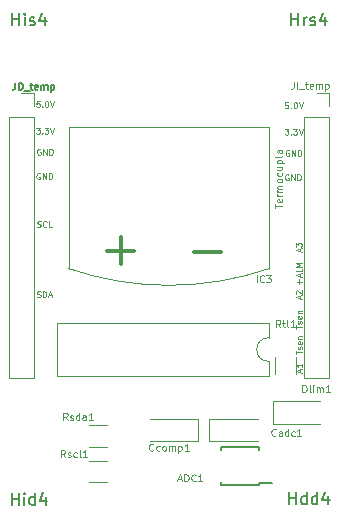
<source format=gto>
%TF.GenerationSoftware,KiCad,Pcbnew,5.1.7-a382d34a8~88~ubuntu18.04.1*%
%TF.CreationDate,2022-12-01T09:52:47-05:00*%
%TF.ProjectId,Global_Val_Sen_Tem,476c6f62-616c-45f5-9661-6c5f53656e5f,rev?*%
%TF.SameCoordinates,Original*%
%TF.FileFunction,Legend,Top*%
%TF.FilePolarity,Positive*%
%FSLAX46Y46*%
G04 Gerber Fmt 4.6, Leading zero omitted, Abs format (unit mm)*
G04 Created by KiCad (PCBNEW 5.1.7-a382d34a8~88~ubuntu18.04.1) date 2022-12-01 09:52:47*
%MOMM*%
%LPD*%
G01*
G04 APERTURE LIST*
%ADD10C,0.100000*%
%ADD11C,0.125000*%
%ADD12C,0.120000*%
%ADD13C,0.150000*%
%ADD14C,0.300000*%
%ADD15O,1.600000X2.400000*%
%ADD16R,1.600000X2.400000*%
%ADD17R,6.000000X7.000000*%
%ADD18R,0.900000X1.200000*%
%ADD19R,1.100000X0.250000*%
%ADD20O,1.350000X1.350000*%
%ADD21R,1.350000X1.350000*%
%ADD22C,2.200000*%
G04 APERTURE END LIST*
D10*
X165083333Y-58857142D02*
X165083333Y-58619047D01*
X165226190Y-58904761D02*
X164726190Y-58738095D01*
X165226190Y-58571428D01*
X164726190Y-58452380D02*
X164726190Y-58142857D01*
X164916666Y-58309523D01*
X164916666Y-58238095D01*
X164940476Y-58190476D01*
X164964285Y-58166666D01*
X165011904Y-58142857D01*
X165130952Y-58142857D01*
X165178571Y-58166666D01*
X165202380Y-58190476D01*
X165226190Y-58238095D01*
X165226190Y-58380952D01*
X165202380Y-58428571D01*
X165178571Y-58452380D01*
X165035714Y-61592857D02*
X165035714Y-61211904D01*
X165226190Y-61402380D02*
X164845238Y-61402380D01*
X165083333Y-60997619D02*
X165083333Y-60759523D01*
X165226190Y-61045238D02*
X164726190Y-60878571D01*
X165226190Y-60711904D01*
X165226190Y-60307142D02*
X165226190Y-60545238D01*
X164726190Y-60545238D01*
X165226190Y-60140476D02*
X164726190Y-60140476D01*
X165083333Y-59973809D01*
X164726190Y-59807142D01*
X165226190Y-59807142D01*
X165083333Y-62857142D02*
X165083333Y-62619047D01*
X165226190Y-62904761D02*
X164726190Y-62738095D01*
X165226190Y-62571428D01*
X164773809Y-62428571D02*
X164750000Y-62404761D01*
X164726190Y-62357142D01*
X164726190Y-62238095D01*
X164750000Y-62190476D01*
X164773809Y-62166666D01*
X164821428Y-62142857D01*
X164869047Y-62142857D01*
X164940476Y-62166666D01*
X165226190Y-62452380D01*
X165226190Y-62142857D01*
X164726190Y-65385714D02*
X164726190Y-65100000D01*
X165226190Y-65242857D02*
X164726190Y-65242857D01*
X165202380Y-64957142D02*
X165226190Y-64909523D01*
X165226190Y-64814285D01*
X165202380Y-64766666D01*
X165154761Y-64742857D01*
X165130952Y-64742857D01*
X165083333Y-64766666D01*
X165059523Y-64814285D01*
X165059523Y-64885714D01*
X165035714Y-64933333D01*
X164988095Y-64957142D01*
X164964285Y-64957142D01*
X164916666Y-64933333D01*
X164892857Y-64885714D01*
X164892857Y-64814285D01*
X164916666Y-64766666D01*
X165202380Y-64338095D02*
X165226190Y-64385714D01*
X165226190Y-64480952D01*
X165202380Y-64528571D01*
X165154761Y-64552380D01*
X164964285Y-64552380D01*
X164916666Y-64528571D01*
X164892857Y-64480952D01*
X164892857Y-64385714D01*
X164916666Y-64338095D01*
X164964285Y-64314285D01*
X165011904Y-64314285D01*
X165059523Y-64552380D01*
X164892857Y-64100000D02*
X165226190Y-64100000D01*
X164940476Y-64100000D02*
X164916666Y-64076190D01*
X164892857Y-64028571D01*
X164892857Y-63957142D01*
X164916666Y-63909523D01*
X164964285Y-63885714D01*
X165226190Y-63885714D01*
X164776190Y-67535714D02*
X164776190Y-67250000D01*
X165276190Y-67392857D02*
X164776190Y-67392857D01*
X165252380Y-67107142D02*
X165276190Y-67059523D01*
X165276190Y-66964285D01*
X165252380Y-66916666D01*
X165204761Y-66892857D01*
X165180952Y-66892857D01*
X165133333Y-66916666D01*
X165109523Y-66964285D01*
X165109523Y-67035714D01*
X165085714Y-67083333D01*
X165038095Y-67107142D01*
X165014285Y-67107142D01*
X164966666Y-67083333D01*
X164942857Y-67035714D01*
X164942857Y-66964285D01*
X164966666Y-66916666D01*
X165252380Y-66488095D02*
X165276190Y-66535714D01*
X165276190Y-66630952D01*
X165252380Y-66678571D01*
X165204761Y-66702380D01*
X165014285Y-66702380D01*
X164966666Y-66678571D01*
X164942857Y-66630952D01*
X164942857Y-66535714D01*
X164966666Y-66488095D01*
X165014285Y-66464285D01*
X165061904Y-66464285D01*
X165109523Y-66702380D01*
X164942857Y-66250000D02*
X165276190Y-66250000D01*
X164990476Y-66250000D02*
X164966666Y-66226190D01*
X164942857Y-66178571D01*
X164942857Y-66107142D01*
X164966666Y-66059523D01*
X165014285Y-66035714D01*
X165276190Y-66035714D01*
X165133333Y-69057142D02*
X165133333Y-68819047D01*
X165276190Y-69104761D02*
X164776190Y-68938095D01*
X165276190Y-68771428D01*
X165276190Y-68342857D02*
X165276190Y-68628571D01*
X165276190Y-68485714D02*
X164776190Y-68485714D01*
X164847619Y-68533333D01*
X164895238Y-68580952D01*
X164919047Y-68628571D01*
X164119047Y-52350000D02*
X164071428Y-52326190D01*
X164000000Y-52326190D01*
X163928571Y-52350000D01*
X163880952Y-52397619D01*
X163857142Y-52445238D01*
X163833333Y-52540476D01*
X163833333Y-52611904D01*
X163857142Y-52707142D01*
X163880952Y-52754761D01*
X163928571Y-52802380D01*
X164000000Y-52826190D01*
X164047619Y-52826190D01*
X164119047Y-52802380D01*
X164142857Y-52778571D01*
X164142857Y-52611904D01*
X164047619Y-52611904D01*
X164357142Y-52826190D02*
X164357142Y-52326190D01*
X164642857Y-52826190D01*
X164642857Y-52326190D01*
X164880952Y-52826190D02*
X164880952Y-52326190D01*
X165000000Y-52326190D01*
X165071428Y-52350000D01*
X165119047Y-52397619D01*
X165142857Y-52445238D01*
X165166666Y-52540476D01*
X165166666Y-52611904D01*
X165142857Y-52707142D01*
X165119047Y-52754761D01*
X165071428Y-52802380D01*
X165000000Y-52826190D01*
X164880952Y-52826190D01*
X163811904Y-48476190D02*
X164121428Y-48476190D01*
X163954761Y-48666666D01*
X164026190Y-48666666D01*
X164073809Y-48690476D01*
X164097619Y-48714285D01*
X164121428Y-48761904D01*
X164121428Y-48880952D01*
X164097619Y-48928571D01*
X164073809Y-48952380D01*
X164026190Y-48976190D01*
X163883333Y-48976190D01*
X163835714Y-48952380D01*
X163811904Y-48928571D01*
X164335714Y-48928571D02*
X164359523Y-48952380D01*
X164335714Y-48976190D01*
X164311904Y-48952380D01*
X164335714Y-48928571D01*
X164335714Y-48976190D01*
X164526190Y-48476190D02*
X164835714Y-48476190D01*
X164669047Y-48666666D01*
X164740476Y-48666666D01*
X164788095Y-48690476D01*
X164811904Y-48714285D01*
X164835714Y-48761904D01*
X164835714Y-48880952D01*
X164811904Y-48928571D01*
X164788095Y-48952380D01*
X164740476Y-48976190D01*
X164597619Y-48976190D01*
X164550000Y-48952380D01*
X164526190Y-48928571D01*
X164978571Y-48476190D02*
X165145238Y-48976190D01*
X165311904Y-48476190D01*
X164169047Y-50300000D02*
X164121428Y-50276190D01*
X164050000Y-50276190D01*
X163978571Y-50300000D01*
X163930952Y-50347619D01*
X163907142Y-50395238D01*
X163883333Y-50490476D01*
X163883333Y-50561904D01*
X163907142Y-50657142D01*
X163930952Y-50704761D01*
X163978571Y-50752380D01*
X164050000Y-50776190D01*
X164097619Y-50776190D01*
X164169047Y-50752380D01*
X164192857Y-50728571D01*
X164192857Y-50561904D01*
X164097619Y-50561904D01*
X164407142Y-50776190D02*
X164407142Y-50276190D01*
X164692857Y-50776190D01*
X164692857Y-50276190D01*
X164930952Y-50776190D02*
X164930952Y-50276190D01*
X165050000Y-50276190D01*
X165121428Y-50300000D01*
X165169047Y-50347619D01*
X165192857Y-50395238D01*
X165216666Y-50490476D01*
X165216666Y-50561904D01*
X165192857Y-50657142D01*
X165169047Y-50704761D01*
X165121428Y-50752380D01*
X165050000Y-50776190D01*
X164930952Y-50776190D01*
X164097619Y-46226190D02*
X163859523Y-46226190D01*
X163835714Y-46464285D01*
X163859523Y-46440476D01*
X163907142Y-46416666D01*
X164026190Y-46416666D01*
X164073809Y-46440476D01*
X164097619Y-46464285D01*
X164121428Y-46511904D01*
X164121428Y-46630952D01*
X164097619Y-46678571D01*
X164073809Y-46702380D01*
X164026190Y-46726190D01*
X163907142Y-46726190D01*
X163859523Y-46702380D01*
X163835714Y-46678571D01*
X164335714Y-46678571D02*
X164359523Y-46702380D01*
X164335714Y-46726190D01*
X164311904Y-46702380D01*
X164335714Y-46678571D01*
X164335714Y-46726190D01*
X164669047Y-46226190D02*
X164716666Y-46226190D01*
X164764285Y-46250000D01*
X164788095Y-46273809D01*
X164811904Y-46321428D01*
X164835714Y-46416666D01*
X164835714Y-46535714D01*
X164811904Y-46630952D01*
X164788095Y-46678571D01*
X164764285Y-46702380D01*
X164716666Y-46726190D01*
X164669047Y-46726190D01*
X164621428Y-46702380D01*
X164597619Y-46678571D01*
X164573809Y-46630952D01*
X164550000Y-46535714D01*
X164550000Y-46416666D01*
X164573809Y-46321428D01*
X164597619Y-46273809D01*
X164621428Y-46250000D01*
X164669047Y-46226190D01*
X164978571Y-46226190D02*
X165145238Y-46726190D01*
X165311904Y-46226190D01*
X143047619Y-46126190D02*
X142809523Y-46126190D01*
X142785714Y-46364285D01*
X142809523Y-46340476D01*
X142857142Y-46316666D01*
X142976190Y-46316666D01*
X143023809Y-46340476D01*
X143047619Y-46364285D01*
X143071428Y-46411904D01*
X143071428Y-46530952D01*
X143047619Y-46578571D01*
X143023809Y-46602380D01*
X142976190Y-46626190D01*
X142857142Y-46626190D01*
X142809523Y-46602380D01*
X142785714Y-46578571D01*
X143285714Y-46578571D02*
X143309523Y-46602380D01*
X143285714Y-46626190D01*
X143261904Y-46602380D01*
X143285714Y-46578571D01*
X143285714Y-46626190D01*
X143619047Y-46126190D02*
X143666666Y-46126190D01*
X143714285Y-46150000D01*
X143738095Y-46173809D01*
X143761904Y-46221428D01*
X143785714Y-46316666D01*
X143785714Y-46435714D01*
X143761904Y-46530952D01*
X143738095Y-46578571D01*
X143714285Y-46602380D01*
X143666666Y-46626190D01*
X143619047Y-46626190D01*
X143571428Y-46602380D01*
X143547619Y-46578571D01*
X143523809Y-46530952D01*
X143500000Y-46435714D01*
X143500000Y-46316666D01*
X143523809Y-46221428D01*
X143547619Y-46173809D01*
X143571428Y-46150000D01*
X143619047Y-46126190D01*
X143928571Y-46126190D02*
X144095238Y-46626190D01*
X144261904Y-46126190D01*
X142761904Y-48376190D02*
X143071428Y-48376190D01*
X142904761Y-48566666D01*
X142976190Y-48566666D01*
X143023809Y-48590476D01*
X143047619Y-48614285D01*
X143071428Y-48661904D01*
X143071428Y-48780952D01*
X143047619Y-48828571D01*
X143023809Y-48852380D01*
X142976190Y-48876190D01*
X142833333Y-48876190D01*
X142785714Y-48852380D01*
X142761904Y-48828571D01*
X143285714Y-48828571D02*
X143309523Y-48852380D01*
X143285714Y-48876190D01*
X143261904Y-48852380D01*
X143285714Y-48828571D01*
X143285714Y-48876190D01*
X143476190Y-48376190D02*
X143785714Y-48376190D01*
X143619047Y-48566666D01*
X143690476Y-48566666D01*
X143738095Y-48590476D01*
X143761904Y-48614285D01*
X143785714Y-48661904D01*
X143785714Y-48780952D01*
X143761904Y-48828571D01*
X143738095Y-48852380D01*
X143690476Y-48876190D01*
X143547619Y-48876190D01*
X143500000Y-48852380D01*
X143476190Y-48828571D01*
X143928571Y-48376190D02*
X144095238Y-48876190D01*
X144261904Y-48376190D01*
X143119047Y-50200000D02*
X143071428Y-50176190D01*
X143000000Y-50176190D01*
X142928571Y-50200000D01*
X142880952Y-50247619D01*
X142857142Y-50295238D01*
X142833333Y-50390476D01*
X142833333Y-50461904D01*
X142857142Y-50557142D01*
X142880952Y-50604761D01*
X142928571Y-50652380D01*
X143000000Y-50676190D01*
X143047619Y-50676190D01*
X143119047Y-50652380D01*
X143142857Y-50628571D01*
X143142857Y-50461904D01*
X143047619Y-50461904D01*
X143357142Y-50676190D02*
X143357142Y-50176190D01*
X143642857Y-50676190D01*
X143642857Y-50176190D01*
X143880952Y-50676190D02*
X143880952Y-50176190D01*
X144000000Y-50176190D01*
X144071428Y-50200000D01*
X144119047Y-50247619D01*
X144142857Y-50295238D01*
X144166666Y-50390476D01*
X144166666Y-50461904D01*
X144142857Y-50557142D01*
X144119047Y-50604761D01*
X144071428Y-50652380D01*
X144000000Y-50676190D01*
X143880952Y-50676190D01*
X143069047Y-52250000D02*
X143021428Y-52226190D01*
X142950000Y-52226190D01*
X142878571Y-52250000D01*
X142830952Y-52297619D01*
X142807142Y-52345238D01*
X142783333Y-52440476D01*
X142783333Y-52511904D01*
X142807142Y-52607142D01*
X142830952Y-52654761D01*
X142878571Y-52702380D01*
X142950000Y-52726190D01*
X142997619Y-52726190D01*
X143069047Y-52702380D01*
X143092857Y-52678571D01*
X143092857Y-52511904D01*
X142997619Y-52511904D01*
X143307142Y-52726190D02*
X143307142Y-52226190D01*
X143592857Y-52726190D01*
X143592857Y-52226190D01*
X143830952Y-52726190D02*
X143830952Y-52226190D01*
X143950000Y-52226190D01*
X144021428Y-52250000D01*
X144069047Y-52297619D01*
X144092857Y-52345238D01*
X144116666Y-52440476D01*
X144116666Y-52511904D01*
X144092857Y-52607142D01*
X144069047Y-52654761D01*
X144021428Y-52702380D01*
X143950000Y-52726190D01*
X143830952Y-52726190D01*
D11*
X142854761Y-56752380D02*
X142926190Y-56776190D01*
X143045238Y-56776190D01*
X143092857Y-56752380D01*
X143116666Y-56728571D01*
X143140476Y-56680952D01*
X143140476Y-56633333D01*
X143116666Y-56585714D01*
X143092857Y-56561904D01*
X143045238Y-56538095D01*
X142950000Y-56514285D01*
X142902380Y-56490476D01*
X142878571Y-56466666D01*
X142854761Y-56419047D01*
X142854761Y-56371428D01*
X142878571Y-56323809D01*
X142902380Y-56300000D01*
X142950000Y-56276190D01*
X143069047Y-56276190D01*
X143140476Y-56300000D01*
X143640476Y-56728571D02*
X143616666Y-56752380D01*
X143545238Y-56776190D01*
X143497619Y-56776190D01*
X143426190Y-56752380D01*
X143378571Y-56704761D01*
X143354761Y-56657142D01*
X143330952Y-56561904D01*
X143330952Y-56490476D01*
X143354761Y-56395238D01*
X143378571Y-56347619D01*
X143426190Y-56300000D01*
X143497619Y-56276190D01*
X143545238Y-56276190D01*
X143616666Y-56300000D01*
X143640476Y-56323809D01*
X144092857Y-56776190D02*
X143854761Y-56776190D01*
X143854761Y-56276190D01*
X142842857Y-62702380D02*
X142914285Y-62726190D01*
X143033333Y-62726190D01*
X143080952Y-62702380D01*
X143104761Y-62678571D01*
X143128571Y-62630952D01*
X143128571Y-62583333D01*
X143104761Y-62535714D01*
X143080952Y-62511904D01*
X143033333Y-62488095D01*
X142938095Y-62464285D01*
X142890476Y-62440476D01*
X142866666Y-62416666D01*
X142842857Y-62369047D01*
X142842857Y-62321428D01*
X142866666Y-62273809D01*
X142890476Y-62250000D01*
X142938095Y-62226190D01*
X143057142Y-62226190D01*
X143128571Y-62250000D01*
X143342857Y-62726190D02*
X143342857Y-62226190D01*
X143461904Y-62226190D01*
X143533333Y-62250000D01*
X143580952Y-62297619D01*
X143604761Y-62345238D01*
X143628571Y-62440476D01*
X143628571Y-62511904D01*
X143604761Y-62607142D01*
X143580952Y-62654761D01*
X143533333Y-62702380D01*
X143461904Y-62726190D01*
X143342857Y-62726190D01*
X143819047Y-62583333D02*
X144057142Y-62583333D01*
X143771428Y-62726190D02*
X143938095Y-62226190D01*
X144104761Y-62726190D01*
D12*
%TO.C,IC3*%
X162435000Y-69410000D02*
X162435000Y-68160000D01*
X144535000Y-69410000D02*
X162435000Y-69410000D01*
X144535000Y-64910000D02*
X144535000Y-69410000D01*
X162435000Y-64910000D02*
X144535000Y-64910000D01*
X162435000Y-66160000D02*
X162435000Y-64910000D01*
X162435000Y-68160000D02*
G75*
G02*
X162435000Y-66160000I0J1000000D01*
G01*
%TO.C,Termocupla*%
X145500000Y-48300000D02*
X162500000Y-48300000D01*
X162500000Y-48300000D02*
X162500000Y-60300000D01*
X145500000Y-48300000D02*
X145500000Y-60300000D01*
X162500000Y-60299998D02*
G75*
G02*
X145500001Y-60299999I-8500000J24699998D01*
G01*
%TO.C,Rtl1*%
X162940000Y-69227064D02*
X162940000Y-67772936D01*
X164760000Y-69227064D02*
X164760000Y-67772936D01*
%TO.C,Dlim1*%
X162850000Y-71500000D02*
X162850000Y-73500000D01*
X162850000Y-73500000D02*
X166750000Y-73500000D01*
X162850000Y-71500000D02*
X166750000Y-71500000D01*
%TO.C,Cadc1*%
X161500000Y-73065000D02*
X157415000Y-73065000D01*
X157415000Y-73065000D02*
X157415000Y-74935000D01*
X157415000Y-74935000D02*
X161500000Y-74935000D01*
%TO.C,Rsda1*%
X148727064Y-75410000D02*
X147272936Y-75410000D01*
X148727064Y-73590000D02*
X147272936Y-73590000D01*
%TO.C,Rscl1*%
X148727064Y-78410000D02*
X147272936Y-78410000D01*
X148727064Y-76590000D02*
X147272936Y-76590000D01*
D13*
%TO.C,ADC1*%
X161625000Y-78625000D02*
X161625000Y-78450000D01*
X158375000Y-78625000D02*
X158375000Y-78350000D01*
X158375000Y-75375000D02*
X158375000Y-75650000D01*
X161625000Y-75375000D02*
X161625000Y-75650000D01*
X161625000Y-78625000D02*
X158375000Y-78625000D01*
X161625000Y-75375000D02*
X158375000Y-75375000D01*
X161625000Y-78450000D02*
X162700000Y-78450000D01*
D12*
%TO.C,Ccomp1*%
X156485000Y-73065000D02*
X152400000Y-73065000D01*
X156485000Y-74935000D02*
X156485000Y-73065000D01*
X152400000Y-74935000D02*
X156485000Y-74935000D01*
%TO.C,JI_temp*%
X166500000Y-45440000D02*
X167560000Y-45440000D01*
X167560000Y-45440000D02*
X167560000Y-46500000D01*
X167560000Y-47500000D02*
X167560000Y-69560000D01*
X165440000Y-69560000D02*
X167560000Y-69560000D01*
X165440000Y-47500000D02*
X165440000Y-69560000D01*
X165440000Y-47500000D02*
X167560000Y-47500000D01*
%TO.C,JD_temp*%
X141500000Y-45440000D02*
X142560000Y-45440000D01*
X142560000Y-45440000D02*
X142560000Y-46500000D01*
X142560000Y-47500000D02*
X142560000Y-69560000D01*
X140440000Y-69560000D02*
X142560000Y-69560000D01*
X140440000Y-47500000D02*
X140440000Y-69560000D01*
X140440000Y-47500000D02*
X142560000Y-47500000D01*
%TO.C,IC3*%
D10*
X161414285Y-61471428D02*
X161414285Y-60871428D01*
X162042857Y-61414285D02*
X162014285Y-61442857D01*
X161928571Y-61471428D01*
X161871428Y-61471428D01*
X161785714Y-61442857D01*
X161728571Y-61385714D01*
X161700000Y-61328571D01*
X161671428Y-61214285D01*
X161671428Y-61128571D01*
X161700000Y-61014285D01*
X161728571Y-60957142D01*
X161785714Y-60900000D01*
X161871428Y-60871428D01*
X161928571Y-60871428D01*
X162014285Y-60900000D01*
X162042857Y-60928571D01*
X162242857Y-60871428D02*
X162614285Y-60871428D01*
X162414285Y-61100000D01*
X162500000Y-61100000D01*
X162557142Y-61128571D01*
X162585714Y-61157142D01*
X162614285Y-61214285D01*
X162614285Y-61357142D01*
X162585714Y-61414285D01*
X162557142Y-61442857D01*
X162500000Y-61471428D01*
X162328571Y-61471428D01*
X162271428Y-61442857D01*
X162242857Y-61414285D01*
%TO.C,Termocupla*%
X162971428Y-55214285D02*
X162971428Y-54871428D01*
X163571428Y-55042857D02*
X162971428Y-55042857D01*
X163542857Y-54442857D02*
X163571428Y-54500000D01*
X163571428Y-54614285D01*
X163542857Y-54671428D01*
X163485714Y-54700000D01*
X163257142Y-54700000D01*
X163200000Y-54671428D01*
X163171428Y-54614285D01*
X163171428Y-54500000D01*
X163200000Y-54442857D01*
X163257142Y-54414285D01*
X163314285Y-54414285D01*
X163371428Y-54700000D01*
X163571428Y-54157142D02*
X163171428Y-54157142D01*
X163285714Y-54157142D02*
X163228571Y-54128571D01*
X163200000Y-54100000D01*
X163171428Y-54042857D01*
X163171428Y-53985714D01*
X163571428Y-53785714D02*
X163171428Y-53785714D01*
X163228571Y-53785714D02*
X163200000Y-53757142D01*
X163171428Y-53700000D01*
X163171428Y-53614285D01*
X163200000Y-53557142D01*
X163257142Y-53528571D01*
X163571428Y-53528571D01*
X163257142Y-53528571D02*
X163200000Y-53500000D01*
X163171428Y-53442857D01*
X163171428Y-53357142D01*
X163200000Y-53300000D01*
X163257142Y-53271428D01*
X163571428Y-53271428D01*
X163571428Y-52900000D02*
X163542857Y-52957142D01*
X163514285Y-52985714D01*
X163457142Y-53014285D01*
X163285714Y-53014285D01*
X163228571Y-52985714D01*
X163200000Y-52957142D01*
X163171428Y-52900000D01*
X163171428Y-52814285D01*
X163200000Y-52757142D01*
X163228571Y-52728571D01*
X163285714Y-52700000D01*
X163457142Y-52700000D01*
X163514285Y-52728571D01*
X163542857Y-52757142D01*
X163571428Y-52814285D01*
X163571428Y-52900000D01*
X163542857Y-52185714D02*
X163571428Y-52242857D01*
X163571428Y-52357142D01*
X163542857Y-52414285D01*
X163514285Y-52442857D01*
X163457142Y-52471428D01*
X163285714Y-52471428D01*
X163228571Y-52442857D01*
X163200000Y-52414285D01*
X163171428Y-52357142D01*
X163171428Y-52242857D01*
X163200000Y-52185714D01*
X163171428Y-51671428D02*
X163571428Y-51671428D01*
X163171428Y-51928571D02*
X163485714Y-51928571D01*
X163542857Y-51900000D01*
X163571428Y-51842857D01*
X163571428Y-51757142D01*
X163542857Y-51700000D01*
X163514285Y-51671428D01*
X163171428Y-51385714D02*
X163771428Y-51385714D01*
X163200000Y-51385714D02*
X163171428Y-51328571D01*
X163171428Y-51214285D01*
X163200000Y-51157142D01*
X163228571Y-51128571D01*
X163285714Y-51100000D01*
X163457142Y-51100000D01*
X163514285Y-51128571D01*
X163542857Y-51157142D01*
X163571428Y-51214285D01*
X163571428Y-51328571D01*
X163542857Y-51385714D01*
X163571428Y-50757142D02*
X163542857Y-50814285D01*
X163485714Y-50842857D01*
X162971428Y-50842857D01*
X163571428Y-50271428D02*
X163257142Y-50271428D01*
X163200000Y-50300000D01*
X163171428Y-50357142D01*
X163171428Y-50471428D01*
X163200000Y-50528571D01*
X163542857Y-50271428D02*
X163571428Y-50328571D01*
X163571428Y-50471428D01*
X163542857Y-50528571D01*
X163485714Y-50557142D01*
X163428571Y-50557142D01*
X163371428Y-50528571D01*
X163342857Y-50471428D01*
X163342857Y-50328571D01*
X163314285Y-50271428D01*
D14*
X156097142Y-58934285D02*
X158382857Y-58934285D01*
X149934285Y-59932857D02*
X149934285Y-57647142D01*
X151077142Y-58790000D02*
X148791428Y-58790000D01*
%TO.C,Rtl1*%
D10*
X163421428Y-65271428D02*
X163221428Y-64985714D01*
X163078571Y-65271428D02*
X163078571Y-64671428D01*
X163307142Y-64671428D01*
X163364285Y-64700000D01*
X163392857Y-64728571D01*
X163421428Y-64785714D01*
X163421428Y-64871428D01*
X163392857Y-64928571D01*
X163364285Y-64957142D01*
X163307142Y-64985714D01*
X163078571Y-64985714D01*
X163592857Y-64871428D02*
X163821428Y-64871428D01*
X163678571Y-64671428D02*
X163678571Y-65185714D01*
X163707142Y-65242857D01*
X163764285Y-65271428D01*
X163821428Y-65271428D01*
X164107142Y-65271428D02*
X164050000Y-65242857D01*
X164021428Y-65185714D01*
X164021428Y-64671428D01*
X164650000Y-65271428D02*
X164307142Y-65271428D01*
X164478571Y-65271428D02*
X164478571Y-64671428D01*
X164421428Y-64757142D01*
X164364285Y-64814285D01*
X164307142Y-64842857D01*
%TO.C,Dlim1*%
X165307142Y-70771428D02*
X165307142Y-70171428D01*
X165450000Y-70171428D01*
X165535714Y-70200000D01*
X165592857Y-70257142D01*
X165621428Y-70314285D01*
X165650000Y-70428571D01*
X165650000Y-70514285D01*
X165621428Y-70628571D01*
X165592857Y-70685714D01*
X165535714Y-70742857D01*
X165450000Y-70771428D01*
X165307142Y-70771428D01*
X165992857Y-70771428D02*
X165935714Y-70742857D01*
X165907142Y-70685714D01*
X165907142Y-70171428D01*
X166221428Y-70771428D02*
X166221428Y-70371428D01*
X166221428Y-70171428D02*
X166192857Y-70200000D01*
X166221428Y-70228571D01*
X166250000Y-70200000D01*
X166221428Y-70171428D01*
X166221428Y-70228571D01*
X166507142Y-70771428D02*
X166507142Y-70371428D01*
X166507142Y-70428571D02*
X166535714Y-70400000D01*
X166592857Y-70371428D01*
X166678571Y-70371428D01*
X166735714Y-70400000D01*
X166764285Y-70457142D01*
X166764285Y-70771428D01*
X166764285Y-70457142D02*
X166792857Y-70400000D01*
X166850000Y-70371428D01*
X166935714Y-70371428D01*
X166992857Y-70400000D01*
X167021428Y-70457142D01*
X167021428Y-70771428D01*
X167621428Y-70771428D02*
X167278571Y-70771428D01*
X167450000Y-70771428D02*
X167450000Y-70171428D01*
X167392857Y-70257142D01*
X167335714Y-70314285D01*
X167278571Y-70342857D01*
%TO.C,Cadc1*%
X163050000Y-74414285D02*
X163021428Y-74442857D01*
X162935714Y-74471428D01*
X162878571Y-74471428D01*
X162792857Y-74442857D01*
X162735714Y-74385714D01*
X162707142Y-74328571D01*
X162678571Y-74214285D01*
X162678571Y-74128571D01*
X162707142Y-74014285D01*
X162735714Y-73957142D01*
X162792857Y-73900000D01*
X162878571Y-73871428D01*
X162935714Y-73871428D01*
X163021428Y-73900000D01*
X163050000Y-73928571D01*
X163564285Y-74471428D02*
X163564285Y-74157142D01*
X163535714Y-74100000D01*
X163478571Y-74071428D01*
X163364285Y-74071428D01*
X163307142Y-74100000D01*
X163564285Y-74442857D02*
X163507142Y-74471428D01*
X163364285Y-74471428D01*
X163307142Y-74442857D01*
X163278571Y-74385714D01*
X163278571Y-74328571D01*
X163307142Y-74271428D01*
X163364285Y-74242857D01*
X163507142Y-74242857D01*
X163564285Y-74214285D01*
X164107142Y-74471428D02*
X164107142Y-73871428D01*
X164107142Y-74442857D02*
X164050000Y-74471428D01*
X163935714Y-74471428D01*
X163878571Y-74442857D01*
X163850000Y-74414285D01*
X163821428Y-74357142D01*
X163821428Y-74185714D01*
X163850000Y-74128571D01*
X163878571Y-74100000D01*
X163935714Y-74071428D01*
X164050000Y-74071428D01*
X164107142Y-74100000D01*
X164650000Y-74442857D02*
X164592857Y-74471428D01*
X164478571Y-74471428D01*
X164421428Y-74442857D01*
X164392857Y-74414285D01*
X164364285Y-74357142D01*
X164364285Y-74185714D01*
X164392857Y-74128571D01*
X164421428Y-74100000D01*
X164478571Y-74071428D01*
X164592857Y-74071428D01*
X164650000Y-74100000D01*
X165221428Y-74471428D02*
X164878571Y-74471428D01*
X165050000Y-74471428D02*
X165050000Y-73871428D01*
X164992857Y-73957142D01*
X164935714Y-74014285D01*
X164878571Y-74042857D01*
%TO.C,Rsda1*%
X145414285Y-73121428D02*
X145214285Y-72835714D01*
X145071428Y-73121428D02*
X145071428Y-72521428D01*
X145300000Y-72521428D01*
X145357142Y-72550000D01*
X145385714Y-72578571D01*
X145414285Y-72635714D01*
X145414285Y-72721428D01*
X145385714Y-72778571D01*
X145357142Y-72807142D01*
X145300000Y-72835714D01*
X145071428Y-72835714D01*
X145642857Y-73092857D02*
X145700000Y-73121428D01*
X145814285Y-73121428D01*
X145871428Y-73092857D01*
X145900000Y-73035714D01*
X145900000Y-73007142D01*
X145871428Y-72950000D01*
X145814285Y-72921428D01*
X145728571Y-72921428D01*
X145671428Y-72892857D01*
X145642857Y-72835714D01*
X145642857Y-72807142D01*
X145671428Y-72750000D01*
X145728571Y-72721428D01*
X145814285Y-72721428D01*
X145871428Y-72750000D01*
X146414285Y-73121428D02*
X146414285Y-72521428D01*
X146414285Y-73092857D02*
X146357142Y-73121428D01*
X146242857Y-73121428D01*
X146185714Y-73092857D01*
X146157142Y-73064285D01*
X146128571Y-73007142D01*
X146128571Y-72835714D01*
X146157142Y-72778571D01*
X146185714Y-72750000D01*
X146242857Y-72721428D01*
X146357142Y-72721428D01*
X146414285Y-72750000D01*
X146957142Y-73121428D02*
X146957142Y-72807142D01*
X146928571Y-72750000D01*
X146871428Y-72721428D01*
X146757142Y-72721428D01*
X146700000Y-72750000D01*
X146957142Y-73092857D02*
X146900000Y-73121428D01*
X146757142Y-73121428D01*
X146700000Y-73092857D01*
X146671428Y-73035714D01*
X146671428Y-72978571D01*
X146700000Y-72921428D01*
X146757142Y-72892857D01*
X146900000Y-72892857D01*
X146957142Y-72864285D01*
X147557142Y-73121428D02*
X147214285Y-73121428D01*
X147385714Y-73121428D02*
X147385714Y-72521428D01*
X147328571Y-72607142D01*
X147271428Y-72664285D01*
X147214285Y-72692857D01*
%TO.C,Rscl1*%
X145192857Y-76271428D02*
X144992857Y-75985714D01*
X144850000Y-76271428D02*
X144850000Y-75671428D01*
X145078571Y-75671428D01*
X145135714Y-75700000D01*
X145164285Y-75728571D01*
X145192857Y-75785714D01*
X145192857Y-75871428D01*
X145164285Y-75928571D01*
X145135714Y-75957142D01*
X145078571Y-75985714D01*
X144850000Y-75985714D01*
X145421428Y-76242857D02*
X145478571Y-76271428D01*
X145592857Y-76271428D01*
X145650000Y-76242857D01*
X145678571Y-76185714D01*
X145678571Y-76157142D01*
X145650000Y-76100000D01*
X145592857Y-76071428D01*
X145507142Y-76071428D01*
X145450000Y-76042857D01*
X145421428Y-75985714D01*
X145421428Y-75957142D01*
X145450000Y-75900000D01*
X145507142Y-75871428D01*
X145592857Y-75871428D01*
X145650000Y-75900000D01*
X146192857Y-76242857D02*
X146135714Y-76271428D01*
X146021428Y-76271428D01*
X145964285Y-76242857D01*
X145935714Y-76214285D01*
X145907142Y-76157142D01*
X145907142Y-75985714D01*
X145935714Y-75928571D01*
X145964285Y-75900000D01*
X146021428Y-75871428D01*
X146135714Y-75871428D01*
X146192857Y-75900000D01*
X146535714Y-76271428D02*
X146478571Y-76242857D01*
X146450000Y-76185714D01*
X146450000Y-75671428D01*
X147078571Y-76271428D02*
X146735714Y-76271428D01*
X146907142Y-76271428D02*
X146907142Y-75671428D01*
X146850000Y-75757142D01*
X146792857Y-75814285D01*
X146735714Y-75842857D01*
%TO.C,ADC1*%
X154771428Y-78150000D02*
X155057142Y-78150000D01*
X154714285Y-78321428D02*
X154914285Y-77721428D01*
X155114285Y-78321428D01*
X155314285Y-78321428D02*
X155314285Y-77721428D01*
X155457142Y-77721428D01*
X155542857Y-77750000D01*
X155600000Y-77807142D01*
X155628571Y-77864285D01*
X155657142Y-77978571D01*
X155657142Y-78064285D01*
X155628571Y-78178571D01*
X155600000Y-78235714D01*
X155542857Y-78292857D01*
X155457142Y-78321428D01*
X155314285Y-78321428D01*
X156257142Y-78264285D02*
X156228571Y-78292857D01*
X156142857Y-78321428D01*
X156085714Y-78321428D01*
X156000000Y-78292857D01*
X155942857Y-78235714D01*
X155914285Y-78178571D01*
X155885714Y-78064285D01*
X155885714Y-77978571D01*
X155914285Y-77864285D01*
X155942857Y-77807142D01*
X156000000Y-77750000D01*
X156085714Y-77721428D01*
X156142857Y-77721428D01*
X156228571Y-77750000D01*
X156257142Y-77778571D01*
X156828571Y-78321428D02*
X156485714Y-78321428D01*
X156657142Y-78321428D02*
X156657142Y-77721428D01*
X156600000Y-77807142D01*
X156542857Y-77864285D01*
X156485714Y-77892857D01*
%TO.C,Ccomp1*%
X152690000Y-75674285D02*
X152661428Y-75702857D01*
X152575714Y-75731428D01*
X152518571Y-75731428D01*
X152432857Y-75702857D01*
X152375714Y-75645714D01*
X152347142Y-75588571D01*
X152318571Y-75474285D01*
X152318571Y-75388571D01*
X152347142Y-75274285D01*
X152375714Y-75217142D01*
X152432857Y-75160000D01*
X152518571Y-75131428D01*
X152575714Y-75131428D01*
X152661428Y-75160000D01*
X152690000Y-75188571D01*
X153204285Y-75702857D02*
X153147142Y-75731428D01*
X153032857Y-75731428D01*
X152975714Y-75702857D01*
X152947142Y-75674285D01*
X152918571Y-75617142D01*
X152918571Y-75445714D01*
X152947142Y-75388571D01*
X152975714Y-75360000D01*
X153032857Y-75331428D01*
X153147142Y-75331428D01*
X153204285Y-75360000D01*
X153547142Y-75731428D02*
X153490000Y-75702857D01*
X153461428Y-75674285D01*
X153432857Y-75617142D01*
X153432857Y-75445714D01*
X153461428Y-75388571D01*
X153490000Y-75360000D01*
X153547142Y-75331428D01*
X153632857Y-75331428D01*
X153690000Y-75360000D01*
X153718571Y-75388571D01*
X153747142Y-75445714D01*
X153747142Y-75617142D01*
X153718571Y-75674285D01*
X153690000Y-75702857D01*
X153632857Y-75731428D01*
X153547142Y-75731428D01*
X154004285Y-75731428D02*
X154004285Y-75331428D01*
X154004285Y-75388571D02*
X154032857Y-75360000D01*
X154090000Y-75331428D01*
X154175714Y-75331428D01*
X154232857Y-75360000D01*
X154261428Y-75417142D01*
X154261428Y-75731428D01*
X154261428Y-75417142D02*
X154290000Y-75360000D01*
X154347142Y-75331428D01*
X154432857Y-75331428D01*
X154490000Y-75360000D01*
X154518571Y-75417142D01*
X154518571Y-75731428D01*
X154804285Y-75331428D02*
X154804285Y-75931428D01*
X154804285Y-75360000D02*
X154861428Y-75331428D01*
X154975714Y-75331428D01*
X155032857Y-75360000D01*
X155061428Y-75388571D01*
X155090000Y-75445714D01*
X155090000Y-75617142D01*
X155061428Y-75674285D01*
X155032857Y-75702857D01*
X154975714Y-75731428D01*
X154861428Y-75731428D01*
X154804285Y-75702857D01*
X155661428Y-75731428D02*
X155318571Y-75731428D01*
X155490000Y-75731428D02*
X155490000Y-75131428D01*
X155432857Y-75217142D01*
X155375714Y-75274285D01*
X155318571Y-75302857D01*
%TO.C,JI_temp*%
X164564285Y-44471428D02*
X164564285Y-44900000D01*
X164535714Y-44985714D01*
X164478571Y-45042857D01*
X164392857Y-45071428D01*
X164335714Y-45071428D01*
X164850000Y-45071428D02*
X164850000Y-44471428D01*
X164992857Y-45128571D02*
X165450000Y-45128571D01*
X165507142Y-44671428D02*
X165735714Y-44671428D01*
X165592857Y-44471428D02*
X165592857Y-44985714D01*
X165621428Y-45042857D01*
X165678571Y-45071428D01*
X165735714Y-45071428D01*
X166164285Y-45042857D02*
X166107142Y-45071428D01*
X165992857Y-45071428D01*
X165935714Y-45042857D01*
X165907142Y-44985714D01*
X165907142Y-44757142D01*
X165935714Y-44700000D01*
X165992857Y-44671428D01*
X166107142Y-44671428D01*
X166164285Y-44700000D01*
X166192857Y-44757142D01*
X166192857Y-44814285D01*
X165907142Y-44871428D01*
X166450000Y-45071428D02*
X166450000Y-44671428D01*
X166450000Y-44728571D02*
X166478571Y-44700000D01*
X166535714Y-44671428D01*
X166621428Y-44671428D01*
X166678571Y-44700000D01*
X166707142Y-44757142D01*
X166707142Y-45071428D01*
X166707142Y-44757142D02*
X166735714Y-44700000D01*
X166792857Y-44671428D01*
X166878571Y-44671428D01*
X166935714Y-44700000D01*
X166964285Y-44757142D01*
X166964285Y-45071428D01*
X167250000Y-44671428D02*
X167250000Y-45271428D01*
X167250000Y-44700000D02*
X167307142Y-44671428D01*
X167421428Y-44671428D01*
X167478571Y-44700000D01*
X167507142Y-44728571D01*
X167535714Y-44785714D01*
X167535714Y-44957142D01*
X167507142Y-45014285D01*
X167478571Y-45042857D01*
X167421428Y-45071428D01*
X167307142Y-45071428D01*
X167250000Y-45042857D01*
%TO.C,JD_temp*%
D13*
X141007142Y-44571428D02*
X141007142Y-45000000D01*
X140978571Y-45085714D01*
X140921428Y-45142857D01*
X140835714Y-45171428D01*
X140778571Y-45171428D01*
X141292857Y-45171428D02*
X141292857Y-44571428D01*
X141435714Y-44571428D01*
X141521428Y-44600000D01*
X141578571Y-44657142D01*
X141607142Y-44714285D01*
X141635714Y-44828571D01*
X141635714Y-44914285D01*
X141607142Y-45028571D01*
X141578571Y-45085714D01*
X141521428Y-45142857D01*
X141435714Y-45171428D01*
X141292857Y-45171428D01*
X141750000Y-45228571D02*
X142207142Y-45228571D01*
X142264285Y-44771428D02*
X142492857Y-44771428D01*
X142350000Y-44571428D02*
X142350000Y-45085714D01*
X142378571Y-45142857D01*
X142435714Y-45171428D01*
X142492857Y-45171428D01*
X142921428Y-45142857D02*
X142864285Y-45171428D01*
X142750000Y-45171428D01*
X142692857Y-45142857D01*
X142664285Y-45085714D01*
X142664285Y-44857142D01*
X142692857Y-44800000D01*
X142750000Y-44771428D01*
X142864285Y-44771428D01*
X142921428Y-44800000D01*
X142950000Y-44857142D01*
X142950000Y-44914285D01*
X142664285Y-44971428D01*
X143207142Y-45171428D02*
X143207142Y-44771428D01*
X143207142Y-44828571D02*
X143235714Y-44800000D01*
X143292857Y-44771428D01*
X143378571Y-44771428D01*
X143435714Y-44800000D01*
X143464285Y-44857142D01*
X143464285Y-45171428D01*
X143464285Y-44857142D02*
X143492857Y-44800000D01*
X143550000Y-44771428D01*
X143635714Y-44771428D01*
X143692857Y-44800000D01*
X143721428Y-44857142D01*
X143721428Y-45171428D01*
X144007142Y-44771428D02*
X144007142Y-45371428D01*
X144007142Y-44800000D02*
X144064285Y-44771428D01*
X144178571Y-44771428D01*
X144235714Y-44800000D01*
X144264285Y-44828571D01*
X144292857Y-44885714D01*
X144292857Y-45057142D01*
X144264285Y-45114285D01*
X144235714Y-45142857D01*
X144178571Y-45171428D01*
X144064285Y-45171428D01*
X144007142Y-45142857D01*
%TO.C,Hrs4*%
X164348809Y-39702380D02*
X164348809Y-38702380D01*
X164348809Y-39178571D02*
X164920238Y-39178571D01*
X164920238Y-39702380D02*
X164920238Y-38702380D01*
X165396428Y-39702380D02*
X165396428Y-39035714D01*
X165396428Y-39226190D02*
X165444047Y-39130952D01*
X165491666Y-39083333D01*
X165586904Y-39035714D01*
X165682142Y-39035714D01*
X165967857Y-39654761D02*
X166063095Y-39702380D01*
X166253571Y-39702380D01*
X166348809Y-39654761D01*
X166396428Y-39559523D01*
X166396428Y-39511904D01*
X166348809Y-39416666D01*
X166253571Y-39369047D01*
X166110714Y-39369047D01*
X166015476Y-39321428D01*
X165967857Y-39226190D01*
X165967857Y-39178571D01*
X166015476Y-39083333D01*
X166110714Y-39035714D01*
X166253571Y-39035714D01*
X166348809Y-39083333D01*
X167253571Y-39035714D02*
X167253571Y-39702380D01*
X167015476Y-38654761D02*
X166777380Y-39369047D01*
X167396428Y-39369047D01*
%TO.C,His4*%
X140745238Y-39702380D02*
X140745238Y-38702380D01*
X140745238Y-39178571D02*
X141316666Y-39178571D01*
X141316666Y-39702380D02*
X141316666Y-38702380D01*
X141792857Y-39702380D02*
X141792857Y-39035714D01*
X141792857Y-38702380D02*
X141745238Y-38750000D01*
X141792857Y-38797619D01*
X141840476Y-38750000D01*
X141792857Y-38702380D01*
X141792857Y-38797619D01*
X142221428Y-39654761D02*
X142316666Y-39702380D01*
X142507142Y-39702380D01*
X142602380Y-39654761D01*
X142650000Y-39559523D01*
X142650000Y-39511904D01*
X142602380Y-39416666D01*
X142507142Y-39369047D01*
X142364285Y-39369047D01*
X142269047Y-39321428D01*
X142221428Y-39226190D01*
X142221428Y-39178571D01*
X142269047Y-39083333D01*
X142364285Y-39035714D01*
X142507142Y-39035714D01*
X142602380Y-39083333D01*
X143507142Y-39035714D02*
X143507142Y-39702380D01*
X143269047Y-38654761D02*
X143030952Y-39369047D01*
X143650000Y-39369047D01*
%TO.C,Hid4*%
X140697619Y-80302380D02*
X140697619Y-79302380D01*
X140697619Y-79778571D02*
X141269047Y-79778571D01*
X141269047Y-80302380D02*
X141269047Y-79302380D01*
X141745238Y-80302380D02*
X141745238Y-79635714D01*
X141745238Y-79302380D02*
X141697619Y-79350000D01*
X141745238Y-79397619D01*
X141792857Y-79350000D01*
X141745238Y-79302380D01*
X141745238Y-79397619D01*
X142650000Y-80302380D02*
X142650000Y-79302380D01*
X142650000Y-80254761D02*
X142554761Y-80302380D01*
X142364285Y-80302380D01*
X142269047Y-80254761D01*
X142221428Y-80207142D01*
X142173809Y-80111904D01*
X142173809Y-79826190D01*
X142221428Y-79730952D01*
X142269047Y-79683333D01*
X142364285Y-79635714D01*
X142554761Y-79635714D01*
X142650000Y-79683333D01*
X143554761Y-79635714D02*
X143554761Y-80302380D01*
X143316666Y-79254761D02*
X143078571Y-79969047D01*
X143697619Y-79969047D01*
%TO.C,Hdd4*%
X164183333Y-80252380D02*
X164183333Y-79252380D01*
X164183333Y-79728571D02*
X164754761Y-79728571D01*
X164754761Y-80252380D02*
X164754761Y-79252380D01*
X165659523Y-80252380D02*
X165659523Y-79252380D01*
X165659523Y-80204761D02*
X165564285Y-80252380D01*
X165373809Y-80252380D01*
X165278571Y-80204761D01*
X165230952Y-80157142D01*
X165183333Y-80061904D01*
X165183333Y-79776190D01*
X165230952Y-79680952D01*
X165278571Y-79633333D01*
X165373809Y-79585714D01*
X165564285Y-79585714D01*
X165659523Y-79633333D01*
X166564285Y-80252380D02*
X166564285Y-79252380D01*
X166564285Y-80204761D02*
X166469047Y-80252380D01*
X166278571Y-80252380D01*
X166183333Y-80204761D01*
X166135714Y-80157142D01*
X166088095Y-80061904D01*
X166088095Y-79776190D01*
X166135714Y-79680952D01*
X166183333Y-79633333D01*
X166278571Y-79585714D01*
X166469047Y-79585714D01*
X166564285Y-79633333D01*
X167469047Y-79585714D02*
X167469047Y-80252380D01*
X167230952Y-79204761D02*
X166992857Y-79919047D01*
X167611904Y-79919047D01*
%TD*%
%LPC*%
D15*
%TO.C,IC3*%
X161105000Y-70970000D03*
X145865000Y-63350000D03*
X158565000Y-70970000D03*
X148405000Y-63350000D03*
X156025000Y-70970000D03*
X150945000Y-63350000D03*
X153485000Y-70970000D03*
X153485000Y-63350000D03*
X150945000Y-70970000D03*
X156025000Y-63350000D03*
X148405000Y-70970000D03*
X158565000Y-63350000D03*
X145865000Y-70970000D03*
D16*
X161105000Y-63350000D03*
%TD*%
D17*
%TO.C,Termocupla*%
X150000000Y-53000000D03*
X158000000Y-53000000D03*
%TD*%
%TO.C,Rtl1*%
G36*
G01*
X164475000Y-67600000D02*
X163225000Y-67600000D01*
G75*
G02*
X162975000Y-67350000I0J250000D01*
G01*
X162975000Y-66550000D01*
G75*
G02*
X163225000Y-66300000I250000J0D01*
G01*
X164475000Y-66300000D01*
G75*
G02*
X164725000Y-66550000I0J-250000D01*
G01*
X164725000Y-67350000D01*
G75*
G02*
X164475000Y-67600000I-250000J0D01*
G01*
G37*
G36*
G01*
X164475000Y-70700000D02*
X163225000Y-70700000D01*
G75*
G02*
X162975000Y-70450000I0J250000D01*
G01*
X162975000Y-69650000D01*
G75*
G02*
X163225000Y-69400000I250000J0D01*
G01*
X164475000Y-69400000D01*
G75*
G02*
X164725000Y-69650000I0J-250000D01*
G01*
X164725000Y-70450000D01*
G75*
G02*
X164475000Y-70700000I-250000J0D01*
G01*
G37*
%TD*%
D18*
%TO.C,Dlim1*%
X166750000Y-72500000D03*
X163450000Y-72500000D03*
%TD*%
%TO.C,Cadc1*%
G36*
G01*
X160550000Y-74425001D02*
X160550000Y-73574999D01*
G75*
G02*
X160799999Y-73325000I249999J0D01*
G01*
X161875001Y-73325000D01*
G75*
G02*
X162125000Y-73574999I0J-249999D01*
G01*
X162125000Y-74425001D01*
G75*
G02*
X161875001Y-74675000I-249999J0D01*
G01*
X160799999Y-74675000D01*
G75*
G02*
X160550000Y-74425001I0J249999D01*
G01*
G37*
G36*
G01*
X157675000Y-74425001D02*
X157675000Y-73574999D01*
G75*
G02*
X157924999Y-73325000I249999J0D01*
G01*
X159000001Y-73325000D01*
G75*
G02*
X159250000Y-73574999I0J-249999D01*
G01*
X159250000Y-74425001D01*
G75*
G02*
X159000001Y-74675000I-249999J0D01*
G01*
X157924999Y-74675000D01*
G75*
G02*
X157675000Y-74425001I0J249999D01*
G01*
G37*
%TD*%
%TO.C,Rsda1*%
G36*
G01*
X147100000Y-73875000D02*
X147100000Y-75125000D01*
G75*
G02*
X146850000Y-75375000I-250000J0D01*
G01*
X146050000Y-75375000D01*
G75*
G02*
X145800000Y-75125000I0J250000D01*
G01*
X145800000Y-73875000D01*
G75*
G02*
X146050000Y-73625000I250000J0D01*
G01*
X146850000Y-73625000D01*
G75*
G02*
X147100000Y-73875000I0J-250000D01*
G01*
G37*
G36*
G01*
X150200000Y-73875000D02*
X150200000Y-75125000D01*
G75*
G02*
X149950000Y-75375000I-250000J0D01*
G01*
X149150000Y-75375000D01*
G75*
G02*
X148900000Y-75125000I0J250000D01*
G01*
X148900000Y-73875000D01*
G75*
G02*
X149150000Y-73625000I250000J0D01*
G01*
X149950000Y-73625000D01*
G75*
G02*
X150200000Y-73875000I0J-250000D01*
G01*
G37*
%TD*%
%TO.C,Rscl1*%
G36*
G01*
X147100000Y-76875000D02*
X147100000Y-78125000D01*
G75*
G02*
X146850000Y-78375000I-250000J0D01*
G01*
X146050000Y-78375000D01*
G75*
G02*
X145800000Y-78125000I0J250000D01*
G01*
X145800000Y-76875000D01*
G75*
G02*
X146050000Y-76625000I250000J0D01*
G01*
X146850000Y-76625000D01*
G75*
G02*
X147100000Y-76875000I0J-250000D01*
G01*
G37*
G36*
G01*
X150200000Y-76875000D02*
X150200000Y-78125000D01*
G75*
G02*
X149950000Y-78375000I-250000J0D01*
G01*
X149150000Y-78375000D01*
G75*
G02*
X148900000Y-78125000I0J250000D01*
G01*
X148900000Y-76875000D01*
G75*
G02*
X149150000Y-76625000I250000J0D01*
G01*
X149950000Y-76625000D01*
G75*
G02*
X150200000Y-76875000I0J-250000D01*
G01*
G37*
%TD*%
D19*
%TO.C,ADC1*%
X157850000Y-78000000D03*
X157850000Y-77500000D03*
X157850000Y-77000000D03*
X157850000Y-76500000D03*
X157850000Y-76000000D03*
X162150000Y-76000000D03*
X162150000Y-76500000D03*
X162150000Y-77000000D03*
X162150000Y-77500000D03*
X162150000Y-78000000D03*
%TD*%
%TO.C,Ccomp1*%
G36*
G01*
X153350000Y-73574999D02*
X153350000Y-74425001D01*
G75*
G02*
X153100001Y-74675000I-249999J0D01*
G01*
X152024999Y-74675000D01*
G75*
G02*
X151775000Y-74425001I0J249999D01*
G01*
X151775000Y-73574999D01*
G75*
G02*
X152024999Y-73325000I249999J0D01*
G01*
X153100001Y-73325000D01*
G75*
G02*
X153350000Y-73574999I0J-249999D01*
G01*
G37*
G36*
G01*
X156225000Y-73574999D02*
X156225000Y-74425001D01*
G75*
G02*
X155975001Y-74675000I-249999J0D01*
G01*
X154899999Y-74675000D01*
G75*
G02*
X154650000Y-74425001I0J249999D01*
G01*
X154650000Y-73574999D01*
G75*
G02*
X154899999Y-73325000I249999J0D01*
G01*
X155975001Y-73325000D01*
G75*
G02*
X156225000Y-73574999I0J-249999D01*
G01*
G37*
%TD*%
D20*
%TO.C,JI_temp*%
X166500000Y-68500000D03*
X166500000Y-66500000D03*
X166500000Y-64500000D03*
X166500000Y-62500000D03*
X166500000Y-60500000D03*
X166500000Y-58500000D03*
X166500000Y-56500000D03*
X166500000Y-54500000D03*
X166500000Y-52500000D03*
X166500000Y-50500000D03*
X166500000Y-48500000D03*
D21*
X166500000Y-46500000D03*
%TD*%
D20*
%TO.C,JD_temp*%
X141500000Y-68500000D03*
X141500000Y-66500000D03*
X141500000Y-64500000D03*
X141500000Y-62500000D03*
X141500000Y-60500000D03*
X141500000Y-58500000D03*
X141500000Y-56500000D03*
X141500000Y-54500000D03*
X141500000Y-52500000D03*
X141500000Y-50500000D03*
X141500000Y-48500000D03*
D21*
X141500000Y-46500000D03*
%TD*%
D22*
%TO.C,Hrs4*%
X165850000Y-42150000D03*
%TD*%
%TO.C,His4*%
X142150000Y-42150000D03*
%TD*%
%TO.C,Hid4*%
X142150000Y-76850000D03*
%TD*%
%TO.C,Hdd4*%
X165850000Y-76850000D03*
%TD*%
M02*

</source>
